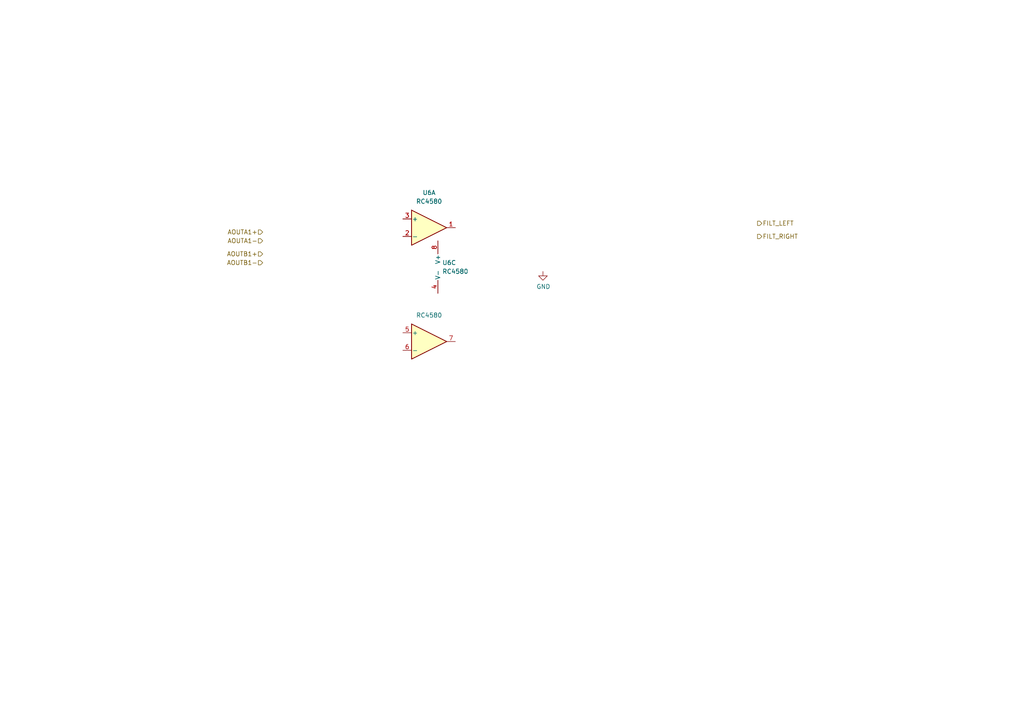
<source format=kicad_sch>
(kicad_sch (version 20230121) (generator eeschema)
  (paper "A4")
  (lib_symbols
    (symbol "Amplifier_Operational:RC4580" (pin_names (offset 0.127))
      (property "Reference" "U" (at 0 5.08 0))
      (property "Value" "RC4580" (at 0 -5.08 0))
      (symbol "RC4580_1_1"
        (polyline (pts (xy -5.08 5.08) (xy 5.08 0) (xy -5.08 -5.08) (xy -5.08 5.08)) (stroke (width 0.254)) (fill (type background)))
        (pin output line (at 7.62 0 180) (length 2.54) (name "~") (number "1"))
        (pin input line (at -7.62 -2.54 0) (length 2.54) (name "-") (number "2"))
        (pin input line (at -7.62 2.54 0) (length 2.54) (name "+") (number "3"))
      )
      (symbol "RC4580_2_1"
        (polyline (pts (xy -5.08 5.08) (xy 5.08 0) (xy -5.08 -5.08) (xy -5.08 5.08)) (stroke (width 0.254)) (fill (type background)))
        (pin input line (at -7.62 2.54 0) (length 2.54) (name "+") (number "5"))
        (pin input line (at -7.62 -2.54 0) (length 2.54) (name "-") (number "6"))
        (pin output line (at 7.62 0 180) (length 2.54) (name "~") (number "7"))
      )
      (symbol "RC4580_3_1"
        (pin power_in line (at -2.54 -7.62 90) (length 3.81) (name "V-") (number "4"))
        (pin power_in line (at -2.54 7.62 270) (length 3.81) (name "V+") (number "8"))
      )
    )
    (symbol "power:GND" (power) (pin_names (offset 0))
      (property "Value" "GND" (at 0 -3.81 0))
      (symbol "GND_0_1"
        (polyline (pts (xy 0 0) (xy 0 -1.27) (xy 1.27 -1.27) (xy 0 -2.54) (xy -1.27 -1.27) (xy 0 -1.27)))
      )
      (symbol "GND_1_1"
        (pin power_in line (at 0 0 270) (length 0) hide (name "GND") (number "1"))
      )
    )
  )
  (hierarchical_label "AOUTA1+" (shape input) (at 76.2 67.31 180))
  (hierarchical_label "FILT_RIGHT" (shape output) (at 219.71 68.58 0))
  (hierarchical_label "AOUTB1+" (shape input) (at 76.2 73.66 180))
  (hierarchical_label "FILT_LEFT" (shape output) (at 219.71 64.77 0))
  (hierarchical_label "AOUTB1-" (shape input) (at 76.2 76.2 180))
  (hierarchical_label "AOUTA1-" (shape input) (at 76.2 69.85 180))
  (symbol (lib_id "power:GND") (at 157.48 78.74 0) (unit 1)
    (property "Reference" "#PWR052" (effects hide))
    (property "Value" "GND" (at 157.607 83.1342 0))
  )
  (symbol (lib_id "Amplifier_Operational:RC4580") (at 129.54 77.47 0) (unit 3)
    (property "Reference" "U6" (at 128.27 76.2 0) (effects (justify left)))
    (property "Value" "RC4580" (at 128.27 78.74 0) (effects (justify left)))
    (property "Datasheet" "http://www.ti.com/lit/ds/symlink/rc4580.pdf" (effects hide))
  )
  (symbol (lib_id "Amplifier_Operational:RC4580") (at 124.46 66.04 0) (unit 1)
    (property "Reference" "U6" (at 124.46 55.88 0))
    (property "Value" "RC4580" (at 124.46 58.42 0))
    (property "Datasheet" "http://www.ti.com/lit/ds/symlink/rc4580.pdf" (effects hide))
  )
  (symbol (lib_id "Amplifier_Operational:RC4580") (at 124.46 99.06 0) (unit 2)
    (property "Reference" "U6" (effects hide))
    (property "Value" "RC4580" (at 124.46 91.44 0))
    (property "Datasheet" "http://www.ti.com/lit/ds/symlink/rc4580.pdf" (effects hide))
  )
)
</source>
